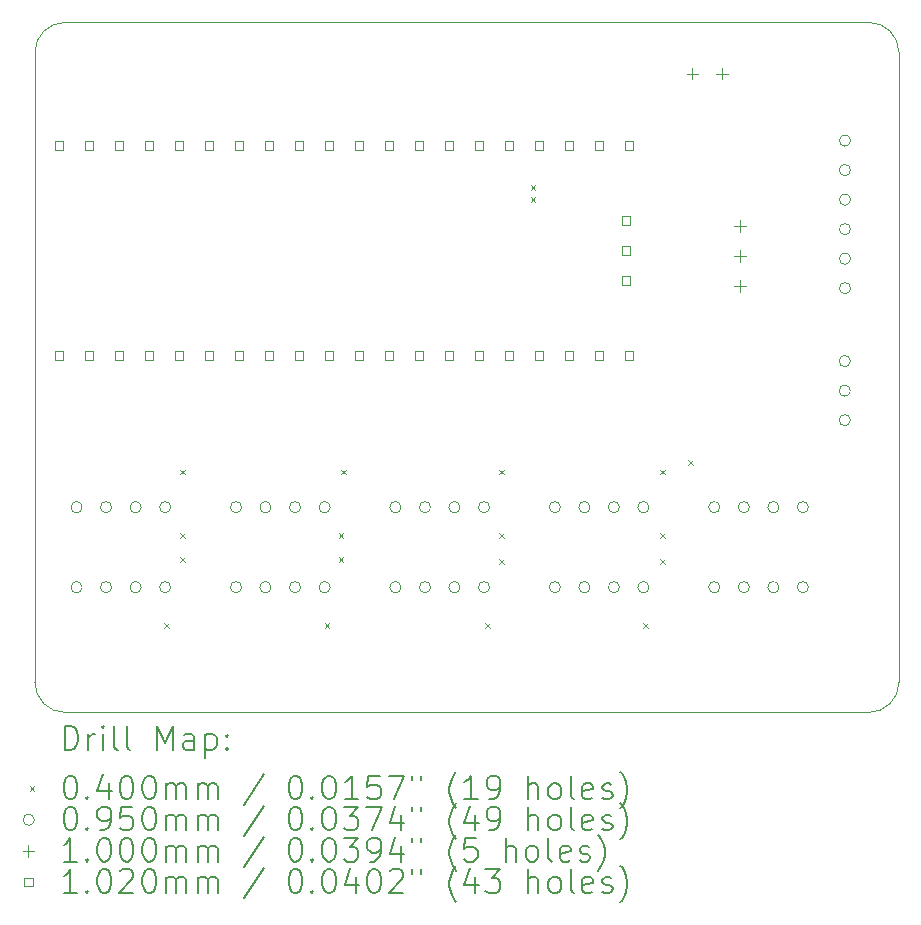
<source format=gbr>
%TF.GenerationSoftware,KiCad,Pcbnew,(6.0.8)*%
%TF.CreationDate,2023-01-05T14:05:39-07:00*%
%TF.ProjectId,PicoIO,5069636f-494f-42e6-9b69-6361645f7063,rev?*%
%TF.SameCoordinates,Original*%
%TF.FileFunction,Drillmap*%
%TF.FilePolarity,Positive*%
%FSLAX45Y45*%
G04 Gerber Fmt 4.5, Leading zero omitted, Abs format (unit mm)*
G04 Created by KiCad (PCBNEW (6.0.8)) date 2023-01-05 14:05:39*
%MOMM*%
%LPD*%
G01*
G04 APERTURE LIST*
%ADD10C,0.100000*%
%ADD11C,0.200000*%
%ADD12C,0.040000*%
%ADD13C,0.095000*%
%ADD14C,0.102000*%
G04 APERTURE END LIST*
D10*
X15748000Y-11480800D02*
G75*
G03*
X16002000Y-11734800I254000J0D01*
G01*
X22809200Y-11734800D02*
G75*
G03*
X23063200Y-11480800I-10J254010D01*
G01*
X23063200Y-6146800D02*
G75*
G03*
X22809200Y-5892800I-254000J0D01*
G01*
X23063200Y-11480800D02*
X23063200Y-6146800D01*
X15748000Y-6146800D02*
X15748000Y-11480800D01*
X16002000Y-5892800D02*
G75*
G03*
X15748000Y-6146800I0J-254000D01*
G01*
X16002000Y-11734800D02*
X22809200Y-11734800D01*
X16002000Y-5892800D02*
X22809200Y-5892800D01*
D11*
D12*
X16840000Y-10980000D02*
X16880000Y-11020000D01*
X16880000Y-10980000D02*
X16840000Y-11020000D01*
X16980000Y-9680000D02*
X17020000Y-9720000D01*
X17020000Y-9680000D02*
X16980000Y-9720000D01*
X16980000Y-10220000D02*
X17020000Y-10260000D01*
X17020000Y-10220000D02*
X16980000Y-10260000D01*
X16980000Y-10420000D02*
X17020000Y-10460000D01*
X17020000Y-10420000D02*
X16980000Y-10460000D01*
X18200000Y-10980000D02*
X18240000Y-11020000D01*
X18240000Y-10980000D02*
X18200000Y-11020000D01*
X18320000Y-10220000D02*
X18360000Y-10260000D01*
X18360000Y-10220000D02*
X18320000Y-10260000D01*
X18320000Y-10420000D02*
X18360000Y-10460000D01*
X18360000Y-10420000D02*
X18320000Y-10460000D01*
X18340000Y-9680000D02*
X18380000Y-9720000D01*
X18380000Y-9680000D02*
X18340000Y-9720000D01*
X19560000Y-10980000D02*
X19600000Y-11020000D01*
X19600000Y-10980000D02*
X19560000Y-11020000D01*
X19680000Y-9680000D02*
X19720000Y-9720000D01*
X19720000Y-9680000D02*
X19680000Y-9720000D01*
X19680000Y-10220000D02*
X19720000Y-10260000D01*
X19720000Y-10220000D02*
X19680000Y-10260000D01*
X19680000Y-10440000D02*
X19720000Y-10480000D01*
X19720000Y-10440000D02*
X19680000Y-10480000D01*
X19944400Y-7269800D02*
X19984400Y-7309800D01*
X19984400Y-7269800D02*
X19944400Y-7309800D01*
X19944400Y-7371400D02*
X19984400Y-7411400D01*
X19984400Y-7371400D02*
X19944400Y-7411400D01*
X20900000Y-10980000D02*
X20940000Y-11020000D01*
X20940000Y-10980000D02*
X20900000Y-11020000D01*
X21040000Y-9680000D02*
X21080000Y-9720000D01*
X21080000Y-9680000D02*
X21040000Y-9720000D01*
X21040000Y-10220000D02*
X21080000Y-10260000D01*
X21080000Y-10220000D02*
X21040000Y-10260000D01*
X21040000Y-10440000D02*
X21080000Y-10480000D01*
X21080000Y-10440000D02*
X21040000Y-10480000D01*
X21280000Y-9600000D02*
X21320000Y-9640000D01*
X21320000Y-9600000D02*
X21280000Y-9640000D01*
D13*
X16147500Y-9997500D02*
G75*
G03*
X16147500Y-9997500I-47500J0D01*
G01*
X16147500Y-10675000D02*
G75*
G03*
X16147500Y-10675000I-47500J0D01*
G01*
X16397500Y-9997500D02*
G75*
G03*
X16397500Y-9997500I-47500J0D01*
G01*
X16397500Y-10675000D02*
G75*
G03*
X16397500Y-10675000I-47500J0D01*
G01*
X16647500Y-9997500D02*
G75*
G03*
X16647500Y-9997500I-47500J0D01*
G01*
X16647500Y-10675000D02*
G75*
G03*
X16647500Y-10675000I-47500J0D01*
G01*
X16897500Y-9997500D02*
G75*
G03*
X16897500Y-9997500I-47500J0D01*
G01*
X16897500Y-10675000D02*
G75*
G03*
X16897500Y-10675000I-47500J0D01*
G01*
X17497500Y-9997500D02*
G75*
G03*
X17497500Y-9997500I-47500J0D01*
G01*
X17497500Y-10675000D02*
G75*
G03*
X17497500Y-10675000I-47500J0D01*
G01*
X17747500Y-9997500D02*
G75*
G03*
X17747500Y-9997500I-47500J0D01*
G01*
X17747500Y-10675000D02*
G75*
G03*
X17747500Y-10675000I-47500J0D01*
G01*
X17997500Y-9997500D02*
G75*
G03*
X17997500Y-9997500I-47500J0D01*
G01*
X17997500Y-10675000D02*
G75*
G03*
X17997500Y-10675000I-47500J0D01*
G01*
X18247500Y-9997500D02*
G75*
G03*
X18247500Y-9997500I-47500J0D01*
G01*
X18247500Y-10675000D02*
G75*
G03*
X18247500Y-10675000I-47500J0D01*
G01*
X18847500Y-9997500D02*
G75*
G03*
X18847500Y-9997500I-47500J0D01*
G01*
X18847500Y-10675000D02*
G75*
G03*
X18847500Y-10675000I-47500J0D01*
G01*
X19097500Y-9997500D02*
G75*
G03*
X19097500Y-9997500I-47500J0D01*
G01*
X19097500Y-10675000D02*
G75*
G03*
X19097500Y-10675000I-47500J0D01*
G01*
X19347500Y-9997500D02*
G75*
G03*
X19347500Y-9997500I-47500J0D01*
G01*
X19347500Y-10675000D02*
G75*
G03*
X19347500Y-10675000I-47500J0D01*
G01*
X19597500Y-9997500D02*
G75*
G03*
X19597500Y-9997500I-47500J0D01*
G01*
X19597500Y-10675000D02*
G75*
G03*
X19597500Y-10675000I-47500J0D01*
G01*
X20197500Y-9997500D02*
G75*
G03*
X20197500Y-9997500I-47500J0D01*
G01*
X20197500Y-10675000D02*
G75*
G03*
X20197500Y-10675000I-47500J0D01*
G01*
X20447500Y-9997500D02*
G75*
G03*
X20447500Y-9997500I-47500J0D01*
G01*
X20447500Y-10675000D02*
G75*
G03*
X20447500Y-10675000I-47500J0D01*
G01*
X20697500Y-9997500D02*
G75*
G03*
X20697500Y-9997500I-47500J0D01*
G01*
X20697500Y-10675000D02*
G75*
G03*
X20697500Y-10675000I-47500J0D01*
G01*
X20947500Y-9997500D02*
G75*
G03*
X20947500Y-9997500I-47500J0D01*
G01*
X20947500Y-10675000D02*
G75*
G03*
X20947500Y-10675000I-47500J0D01*
G01*
X21547500Y-9997500D02*
G75*
G03*
X21547500Y-9997500I-47500J0D01*
G01*
X21547500Y-10675000D02*
G75*
G03*
X21547500Y-10675000I-47500J0D01*
G01*
X21797500Y-9997500D02*
G75*
G03*
X21797500Y-9997500I-47500J0D01*
G01*
X21797500Y-10675000D02*
G75*
G03*
X21797500Y-10675000I-47500J0D01*
G01*
X22047500Y-9997500D02*
G75*
G03*
X22047500Y-9997500I-47500J0D01*
G01*
X22047500Y-10675000D02*
G75*
G03*
X22047500Y-10675000I-47500J0D01*
G01*
X22297500Y-9997500D02*
G75*
G03*
X22297500Y-9997500I-47500J0D01*
G01*
X22297500Y-10675000D02*
G75*
G03*
X22297500Y-10675000I-47500J0D01*
G01*
X22651800Y-8761000D02*
G75*
G03*
X22651800Y-8761000I-47500J0D01*
G01*
X22651800Y-9011000D02*
G75*
G03*
X22651800Y-9011000I-47500J0D01*
G01*
X22651800Y-9261000D02*
G75*
G03*
X22651800Y-9261000I-47500J0D01*
G01*
X22653500Y-6893400D02*
G75*
G03*
X22653500Y-6893400I-47500J0D01*
G01*
X22653500Y-7143400D02*
G75*
G03*
X22653500Y-7143400I-47500J0D01*
G01*
X22653500Y-7393400D02*
G75*
G03*
X22653500Y-7393400I-47500J0D01*
G01*
X22653500Y-7643400D02*
G75*
G03*
X22653500Y-7643400I-47500J0D01*
G01*
X22653500Y-7893400D02*
G75*
G03*
X22653500Y-7893400I-47500J0D01*
G01*
X22653500Y-8143400D02*
G75*
G03*
X22653500Y-8143400I-47500J0D01*
G01*
D10*
X21314600Y-6276300D02*
X21314600Y-6376300D01*
X21264600Y-6326300D02*
X21364600Y-6326300D01*
X21564600Y-6276300D02*
X21564600Y-6376300D01*
X21514600Y-6326300D02*
X21614600Y-6326300D01*
X21717000Y-7568500D02*
X21717000Y-7668500D01*
X21667000Y-7618500D02*
X21767000Y-7618500D01*
X21717000Y-7822500D02*
X21717000Y-7922500D01*
X21667000Y-7872500D02*
X21767000Y-7872500D01*
X21717000Y-8076500D02*
X21717000Y-8176500D01*
X21667000Y-8126500D02*
X21767000Y-8126500D01*
D14*
X15987263Y-6970263D02*
X15987263Y-6898137D01*
X15915137Y-6898137D01*
X15915137Y-6970263D01*
X15987263Y-6970263D01*
X15987263Y-8748263D02*
X15987263Y-8676137D01*
X15915137Y-8676137D01*
X15915137Y-8748263D01*
X15987263Y-8748263D01*
X16241263Y-6970263D02*
X16241263Y-6898137D01*
X16169137Y-6898137D01*
X16169137Y-6970263D01*
X16241263Y-6970263D01*
X16241263Y-8748263D02*
X16241263Y-8676137D01*
X16169137Y-8676137D01*
X16169137Y-8748263D01*
X16241263Y-8748263D01*
X16495263Y-6970263D02*
X16495263Y-6898137D01*
X16423137Y-6898137D01*
X16423137Y-6970263D01*
X16495263Y-6970263D01*
X16495263Y-8748263D02*
X16495263Y-8676137D01*
X16423137Y-8676137D01*
X16423137Y-8748263D01*
X16495263Y-8748263D01*
X16749263Y-6970263D02*
X16749263Y-6898137D01*
X16677137Y-6898137D01*
X16677137Y-6970263D01*
X16749263Y-6970263D01*
X16749263Y-8748263D02*
X16749263Y-8676137D01*
X16677137Y-8676137D01*
X16677137Y-8748263D01*
X16749263Y-8748263D01*
X17003263Y-6970263D02*
X17003263Y-6898137D01*
X16931137Y-6898137D01*
X16931137Y-6970263D01*
X17003263Y-6970263D01*
X17003263Y-8748263D02*
X17003263Y-8676137D01*
X16931137Y-8676137D01*
X16931137Y-8748263D01*
X17003263Y-8748263D01*
X17257263Y-6970263D02*
X17257263Y-6898137D01*
X17185137Y-6898137D01*
X17185137Y-6970263D01*
X17257263Y-6970263D01*
X17257263Y-8748263D02*
X17257263Y-8676137D01*
X17185137Y-8676137D01*
X17185137Y-8748263D01*
X17257263Y-8748263D01*
X17511263Y-6970263D02*
X17511263Y-6898137D01*
X17439137Y-6898137D01*
X17439137Y-6970263D01*
X17511263Y-6970263D01*
X17511263Y-8748263D02*
X17511263Y-8676137D01*
X17439137Y-8676137D01*
X17439137Y-8748263D01*
X17511263Y-8748263D01*
X17765263Y-6970263D02*
X17765263Y-6898137D01*
X17693137Y-6898137D01*
X17693137Y-6970263D01*
X17765263Y-6970263D01*
X17765263Y-8748263D02*
X17765263Y-8676137D01*
X17693137Y-8676137D01*
X17693137Y-8748263D01*
X17765263Y-8748263D01*
X18019263Y-6970263D02*
X18019263Y-6898137D01*
X17947137Y-6898137D01*
X17947137Y-6970263D01*
X18019263Y-6970263D01*
X18019263Y-8748263D02*
X18019263Y-8676137D01*
X17947137Y-8676137D01*
X17947137Y-8748263D01*
X18019263Y-8748263D01*
X18273263Y-6970263D02*
X18273263Y-6898137D01*
X18201137Y-6898137D01*
X18201137Y-6970263D01*
X18273263Y-6970263D01*
X18273263Y-8748263D02*
X18273263Y-8676137D01*
X18201137Y-8676137D01*
X18201137Y-8748263D01*
X18273263Y-8748263D01*
X18527263Y-6970263D02*
X18527263Y-6898137D01*
X18455137Y-6898137D01*
X18455137Y-6970263D01*
X18527263Y-6970263D01*
X18527263Y-8748263D02*
X18527263Y-8676137D01*
X18455137Y-8676137D01*
X18455137Y-8748263D01*
X18527263Y-8748263D01*
X18781263Y-6970263D02*
X18781263Y-6898137D01*
X18709137Y-6898137D01*
X18709137Y-6970263D01*
X18781263Y-6970263D01*
X18781263Y-8748263D02*
X18781263Y-8676137D01*
X18709137Y-8676137D01*
X18709137Y-8748263D01*
X18781263Y-8748263D01*
X19035263Y-6970263D02*
X19035263Y-6898137D01*
X18963137Y-6898137D01*
X18963137Y-6970263D01*
X19035263Y-6970263D01*
X19035263Y-8748263D02*
X19035263Y-8676137D01*
X18963137Y-8676137D01*
X18963137Y-8748263D01*
X19035263Y-8748263D01*
X19289263Y-6970263D02*
X19289263Y-6898137D01*
X19217137Y-6898137D01*
X19217137Y-6970263D01*
X19289263Y-6970263D01*
X19289263Y-8748263D02*
X19289263Y-8676137D01*
X19217137Y-8676137D01*
X19217137Y-8748263D01*
X19289263Y-8748263D01*
X19543263Y-6970263D02*
X19543263Y-6898137D01*
X19471137Y-6898137D01*
X19471137Y-6970263D01*
X19543263Y-6970263D01*
X19543263Y-8748263D02*
X19543263Y-8676137D01*
X19471137Y-8676137D01*
X19471137Y-8748263D01*
X19543263Y-8748263D01*
X19797263Y-6970263D02*
X19797263Y-6898137D01*
X19725137Y-6898137D01*
X19725137Y-6970263D01*
X19797263Y-6970263D01*
X19797263Y-8748263D02*
X19797263Y-8676137D01*
X19725137Y-8676137D01*
X19725137Y-8748263D01*
X19797263Y-8748263D01*
X20051263Y-6970263D02*
X20051263Y-6898137D01*
X19979137Y-6898137D01*
X19979137Y-6970263D01*
X20051263Y-6970263D01*
X20051263Y-8748263D02*
X20051263Y-8676137D01*
X19979137Y-8676137D01*
X19979137Y-8748263D01*
X20051263Y-8748263D01*
X20305263Y-6970263D02*
X20305263Y-6898137D01*
X20233137Y-6898137D01*
X20233137Y-6970263D01*
X20305263Y-6970263D01*
X20305263Y-8748263D02*
X20305263Y-8676137D01*
X20233137Y-8676137D01*
X20233137Y-8748263D01*
X20305263Y-8748263D01*
X20559263Y-6970263D02*
X20559263Y-6898137D01*
X20487137Y-6898137D01*
X20487137Y-6970263D01*
X20559263Y-6970263D01*
X20559263Y-8748263D02*
X20559263Y-8676137D01*
X20487137Y-8676137D01*
X20487137Y-8748263D01*
X20559263Y-8748263D01*
X20790263Y-7605263D02*
X20790263Y-7533137D01*
X20718137Y-7533137D01*
X20718137Y-7605263D01*
X20790263Y-7605263D01*
X20790263Y-7859263D02*
X20790263Y-7787137D01*
X20718137Y-7787137D01*
X20718137Y-7859263D01*
X20790263Y-7859263D01*
X20790263Y-8113263D02*
X20790263Y-8041137D01*
X20718137Y-8041137D01*
X20718137Y-8113263D01*
X20790263Y-8113263D01*
X20813263Y-6970263D02*
X20813263Y-6898137D01*
X20741137Y-6898137D01*
X20741137Y-6970263D01*
X20813263Y-6970263D01*
X20813263Y-8748263D02*
X20813263Y-8676137D01*
X20741137Y-8676137D01*
X20741137Y-8748263D01*
X20813263Y-8748263D01*
D11*
X16000619Y-12050276D02*
X16000619Y-11850276D01*
X16048238Y-11850276D01*
X16076809Y-11859800D01*
X16095857Y-11878848D01*
X16105381Y-11897895D01*
X16114905Y-11935990D01*
X16114905Y-11964562D01*
X16105381Y-12002657D01*
X16095857Y-12021705D01*
X16076809Y-12040752D01*
X16048238Y-12050276D01*
X16000619Y-12050276D01*
X16200619Y-12050276D02*
X16200619Y-11916943D01*
X16200619Y-11955038D02*
X16210143Y-11935990D01*
X16219667Y-11926467D01*
X16238714Y-11916943D01*
X16257762Y-11916943D01*
X16324428Y-12050276D02*
X16324428Y-11916943D01*
X16324428Y-11850276D02*
X16314905Y-11859800D01*
X16324428Y-11869324D01*
X16333952Y-11859800D01*
X16324428Y-11850276D01*
X16324428Y-11869324D01*
X16448238Y-12050276D02*
X16429190Y-12040752D01*
X16419667Y-12021705D01*
X16419667Y-11850276D01*
X16553000Y-12050276D02*
X16533952Y-12040752D01*
X16524428Y-12021705D01*
X16524428Y-11850276D01*
X16781571Y-12050276D02*
X16781571Y-11850276D01*
X16848238Y-11993133D01*
X16914905Y-11850276D01*
X16914905Y-12050276D01*
X17095857Y-12050276D02*
X17095857Y-11945514D01*
X17086333Y-11926467D01*
X17067286Y-11916943D01*
X17029190Y-11916943D01*
X17010143Y-11926467D01*
X17095857Y-12040752D02*
X17076810Y-12050276D01*
X17029190Y-12050276D01*
X17010143Y-12040752D01*
X17000619Y-12021705D01*
X17000619Y-12002657D01*
X17010143Y-11983609D01*
X17029190Y-11974086D01*
X17076810Y-11974086D01*
X17095857Y-11964562D01*
X17191095Y-11916943D02*
X17191095Y-12116943D01*
X17191095Y-11926467D02*
X17210143Y-11916943D01*
X17248238Y-11916943D01*
X17267286Y-11926467D01*
X17276810Y-11935990D01*
X17286333Y-11955038D01*
X17286333Y-12012181D01*
X17276810Y-12031228D01*
X17267286Y-12040752D01*
X17248238Y-12050276D01*
X17210143Y-12050276D01*
X17191095Y-12040752D01*
X17372048Y-12031228D02*
X17381571Y-12040752D01*
X17372048Y-12050276D01*
X17362524Y-12040752D01*
X17372048Y-12031228D01*
X17372048Y-12050276D01*
X17372048Y-11926467D02*
X17381571Y-11935990D01*
X17372048Y-11945514D01*
X17362524Y-11935990D01*
X17372048Y-11926467D01*
X17372048Y-11945514D01*
D12*
X15703000Y-12359800D02*
X15743000Y-12399800D01*
X15743000Y-12359800D02*
X15703000Y-12399800D01*
D11*
X16038714Y-12270276D02*
X16057762Y-12270276D01*
X16076809Y-12279800D01*
X16086333Y-12289324D01*
X16095857Y-12308371D01*
X16105381Y-12346467D01*
X16105381Y-12394086D01*
X16095857Y-12432181D01*
X16086333Y-12451228D01*
X16076809Y-12460752D01*
X16057762Y-12470276D01*
X16038714Y-12470276D01*
X16019667Y-12460752D01*
X16010143Y-12451228D01*
X16000619Y-12432181D01*
X15991095Y-12394086D01*
X15991095Y-12346467D01*
X16000619Y-12308371D01*
X16010143Y-12289324D01*
X16019667Y-12279800D01*
X16038714Y-12270276D01*
X16191095Y-12451228D02*
X16200619Y-12460752D01*
X16191095Y-12470276D01*
X16181571Y-12460752D01*
X16191095Y-12451228D01*
X16191095Y-12470276D01*
X16372048Y-12336943D02*
X16372048Y-12470276D01*
X16324428Y-12260752D02*
X16276809Y-12403609D01*
X16400619Y-12403609D01*
X16514905Y-12270276D02*
X16533952Y-12270276D01*
X16553000Y-12279800D01*
X16562524Y-12289324D01*
X16572048Y-12308371D01*
X16581571Y-12346467D01*
X16581571Y-12394086D01*
X16572048Y-12432181D01*
X16562524Y-12451228D01*
X16553000Y-12460752D01*
X16533952Y-12470276D01*
X16514905Y-12470276D01*
X16495857Y-12460752D01*
X16486333Y-12451228D01*
X16476809Y-12432181D01*
X16467286Y-12394086D01*
X16467286Y-12346467D01*
X16476809Y-12308371D01*
X16486333Y-12289324D01*
X16495857Y-12279800D01*
X16514905Y-12270276D01*
X16705381Y-12270276D02*
X16724428Y-12270276D01*
X16743476Y-12279800D01*
X16753000Y-12289324D01*
X16762524Y-12308371D01*
X16772048Y-12346467D01*
X16772048Y-12394086D01*
X16762524Y-12432181D01*
X16753000Y-12451228D01*
X16743476Y-12460752D01*
X16724428Y-12470276D01*
X16705381Y-12470276D01*
X16686333Y-12460752D01*
X16676809Y-12451228D01*
X16667286Y-12432181D01*
X16657762Y-12394086D01*
X16657762Y-12346467D01*
X16667286Y-12308371D01*
X16676809Y-12289324D01*
X16686333Y-12279800D01*
X16705381Y-12270276D01*
X16857762Y-12470276D02*
X16857762Y-12336943D01*
X16857762Y-12355990D02*
X16867286Y-12346467D01*
X16886333Y-12336943D01*
X16914905Y-12336943D01*
X16933952Y-12346467D01*
X16943476Y-12365514D01*
X16943476Y-12470276D01*
X16943476Y-12365514D02*
X16953000Y-12346467D01*
X16972048Y-12336943D01*
X17000619Y-12336943D01*
X17019667Y-12346467D01*
X17029190Y-12365514D01*
X17029190Y-12470276D01*
X17124429Y-12470276D02*
X17124429Y-12336943D01*
X17124429Y-12355990D02*
X17133952Y-12346467D01*
X17153000Y-12336943D01*
X17181571Y-12336943D01*
X17200619Y-12346467D01*
X17210143Y-12365514D01*
X17210143Y-12470276D01*
X17210143Y-12365514D02*
X17219667Y-12346467D01*
X17238714Y-12336943D01*
X17267286Y-12336943D01*
X17286333Y-12346467D01*
X17295857Y-12365514D01*
X17295857Y-12470276D01*
X17686333Y-12260752D02*
X17514905Y-12517895D01*
X17943476Y-12270276D02*
X17962524Y-12270276D01*
X17981571Y-12279800D01*
X17991095Y-12289324D01*
X18000619Y-12308371D01*
X18010143Y-12346467D01*
X18010143Y-12394086D01*
X18000619Y-12432181D01*
X17991095Y-12451228D01*
X17981571Y-12460752D01*
X17962524Y-12470276D01*
X17943476Y-12470276D01*
X17924429Y-12460752D01*
X17914905Y-12451228D01*
X17905381Y-12432181D01*
X17895857Y-12394086D01*
X17895857Y-12346467D01*
X17905381Y-12308371D01*
X17914905Y-12289324D01*
X17924429Y-12279800D01*
X17943476Y-12270276D01*
X18095857Y-12451228D02*
X18105381Y-12460752D01*
X18095857Y-12470276D01*
X18086333Y-12460752D01*
X18095857Y-12451228D01*
X18095857Y-12470276D01*
X18229190Y-12270276D02*
X18248238Y-12270276D01*
X18267286Y-12279800D01*
X18276810Y-12289324D01*
X18286333Y-12308371D01*
X18295857Y-12346467D01*
X18295857Y-12394086D01*
X18286333Y-12432181D01*
X18276810Y-12451228D01*
X18267286Y-12460752D01*
X18248238Y-12470276D01*
X18229190Y-12470276D01*
X18210143Y-12460752D01*
X18200619Y-12451228D01*
X18191095Y-12432181D01*
X18181571Y-12394086D01*
X18181571Y-12346467D01*
X18191095Y-12308371D01*
X18200619Y-12289324D01*
X18210143Y-12279800D01*
X18229190Y-12270276D01*
X18486333Y-12470276D02*
X18372048Y-12470276D01*
X18429190Y-12470276D02*
X18429190Y-12270276D01*
X18410143Y-12298848D01*
X18391095Y-12317895D01*
X18372048Y-12327419D01*
X18667286Y-12270276D02*
X18572048Y-12270276D01*
X18562524Y-12365514D01*
X18572048Y-12355990D01*
X18591095Y-12346467D01*
X18638714Y-12346467D01*
X18657762Y-12355990D01*
X18667286Y-12365514D01*
X18676810Y-12384562D01*
X18676810Y-12432181D01*
X18667286Y-12451228D01*
X18657762Y-12460752D01*
X18638714Y-12470276D01*
X18591095Y-12470276D01*
X18572048Y-12460752D01*
X18562524Y-12451228D01*
X18743476Y-12270276D02*
X18876810Y-12270276D01*
X18791095Y-12470276D01*
X18943476Y-12270276D02*
X18943476Y-12308371D01*
X19019667Y-12270276D02*
X19019667Y-12308371D01*
X19314905Y-12546467D02*
X19305381Y-12536943D01*
X19286333Y-12508371D01*
X19276810Y-12489324D01*
X19267286Y-12460752D01*
X19257762Y-12413133D01*
X19257762Y-12375038D01*
X19267286Y-12327419D01*
X19276810Y-12298848D01*
X19286333Y-12279800D01*
X19305381Y-12251228D01*
X19314905Y-12241705D01*
X19495857Y-12470276D02*
X19381571Y-12470276D01*
X19438714Y-12470276D02*
X19438714Y-12270276D01*
X19419667Y-12298848D01*
X19400619Y-12317895D01*
X19381571Y-12327419D01*
X19591095Y-12470276D02*
X19629190Y-12470276D01*
X19648238Y-12460752D01*
X19657762Y-12451228D01*
X19676810Y-12422657D01*
X19686333Y-12384562D01*
X19686333Y-12308371D01*
X19676810Y-12289324D01*
X19667286Y-12279800D01*
X19648238Y-12270276D01*
X19610143Y-12270276D01*
X19591095Y-12279800D01*
X19581571Y-12289324D01*
X19572048Y-12308371D01*
X19572048Y-12355990D01*
X19581571Y-12375038D01*
X19591095Y-12384562D01*
X19610143Y-12394086D01*
X19648238Y-12394086D01*
X19667286Y-12384562D01*
X19676810Y-12375038D01*
X19686333Y-12355990D01*
X19924429Y-12470276D02*
X19924429Y-12270276D01*
X20010143Y-12470276D02*
X20010143Y-12365514D01*
X20000619Y-12346467D01*
X19981571Y-12336943D01*
X19953000Y-12336943D01*
X19933952Y-12346467D01*
X19924429Y-12355990D01*
X20133952Y-12470276D02*
X20114905Y-12460752D01*
X20105381Y-12451228D01*
X20095857Y-12432181D01*
X20095857Y-12375038D01*
X20105381Y-12355990D01*
X20114905Y-12346467D01*
X20133952Y-12336943D01*
X20162524Y-12336943D01*
X20181571Y-12346467D01*
X20191095Y-12355990D01*
X20200619Y-12375038D01*
X20200619Y-12432181D01*
X20191095Y-12451228D01*
X20181571Y-12460752D01*
X20162524Y-12470276D01*
X20133952Y-12470276D01*
X20314905Y-12470276D02*
X20295857Y-12460752D01*
X20286333Y-12441705D01*
X20286333Y-12270276D01*
X20467286Y-12460752D02*
X20448238Y-12470276D01*
X20410143Y-12470276D01*
X20391095Y-12460752D01*
X20381571Y-12441705D01*
X20381571Y-12365514D01*
X20391095Y-12346467D01*
X20410143Y-12336943D01*
X20448238Y-12336943D01*
X20467286Y-12346467D01*
X20476810Y-12365514D01*
X20476810Y-12384562D01*
X20381571Y-12403609D01*
X20553000Y-12460752D02*
X20572048Y-12470276D01*
X20610143Y-12470276D01*
X20629190Y-12460752D01*
X20638714Y-12441705D01*
X20638714Y-12432181D01*
X20629190Y-12413133D01*
X20610143Y-12403609D01*
X20581571Y-12403609D01*
X20562524Y-12394086D01*
X20553000Y-12375038D01*
X20553000Y-12365514D01*
X20562524Y-12346467D01*
X20581571Y-12336943D01*
X20610143Y-12336943D01*
X20629190Y-12346467D01*
X20705381Y-12546467D02*
X20714905Y-12536943D01*
X20733952Y-12508371D01*
X20743476Y-12489324D01*
X20753000Y-12460752D01*
X20762524Y-12413133D01*
X20762524Y-12375038D01*
X20753000Y-12327419D01*
X20743476Y-12298848D01*
X20733952Y-12279800D01*
X20714905Y-12251228D01*
X20705381Y-12241705D01*
D13*
X15743000Y-12643800D02*
G75*
G03*
X15743000Y-12643800I-47500J0D01*
G01*
D11*
X16038714Y-12534276D02*
X16057762Y-12534276D01*
X16076809Y-12543800D01*
X16086333Y-12553324D01*
X16095857Y-12572371D01*
X16105381Y-12610467D01*
X16105381Y-12658086D01*
X16095857Y-12696181D01*
X16086333Y-12715228D01*
X16076809Y-12724752D01*
X16057762Y-12734276D01*
X16038714Y-12734276D01*
X16019667Y-12724752D01*
X16010143Y-12715228D01*
X16000619Y-12696181D01*
X15991095Y-12658086D01*
X15991095Y-12610467D01*
X16000619Y-12572371D01*
X16010143Y-12553324D01*
X16019667Y-12543800D01*
X16038714Y-12534276D01*
X16191095Y-12715228D02*
X16200619Y-12724752D01*
X16191095Y-12734276D01*
X16181571Y-12724752D01*
X16191095Y-12715228D01*
X16191095Y-12734276D01*
X16295857Y-12734276D02*
X16333952Y-12734276D01*
X16353000Y-12724752D01*
X16362524Y-12715228D01*
X16381571Y-12686657D01*
X16391095Y-12648562D01*
X16391095Y-12572371D01*
X16381571Y-12553324D01*
X16372048Y-12543800D01*
X16353000Y-12534276D01*
X16314905Y-12534276D01*
X16295857Y-12543800D01*
X16286333Y-12553324D01*
X16276809Y-12572371D01*
X16276809Y-12619990D01*
X16286333Y-12639038D01*
X16295857Y-12648562D01*
X16314905Y-12658086D01*
X16353000Y-12658086D01*
X16372048Y-12648562D01*
X16381571Y-12639038D01*
X16391095Y-12619990D01*
X16572048Y-12534276D02*
X16476809Y-12534276D01*
X16467286Y-12629514D01*
X16476809Y-12619990D01*
X16495857Y-12610467D01*
X16543476Y-12610467D01*
X16562524Y-12619990D01*
X16572048Y-12629514D01*
X16581571Y-12648562D01*
X16581571Y-12696181D01*
X16572048Y-12715228D01*
X16562524Y-12724752D01*
X16543476Y-12734276D01*
X16495857Y-12734276D01*
X16476809Y-12724752D01*
X16467286Y-12715228D01*
X16705381Y-12534276D02*
X16724428Y-12534276D01*
X16743476Y-12543800D01*
X16753000Y-12553324D01*
X16762524Y-12572371D01*
X16772048Y-12610467D01*
X16772048Y-12658086D01*
X16762524Y-12696181D01*
X16753000Y-12715228D01*
X16743476Y-12724752D01*
X16724428Y-12734276D01*
X16705381Y-12734276D01*
X16686333Y-12724752D01*
X16676809Y-12715228D01*
X16667286Y-12696181D01*
X16657762Y-12658086D01*
X16657762Y-12610467D01*
X16667286Y-12572371D01*
X16676809Y-12553324D01*
X16686333Y-12543800D01*
X16705381Y-12534276D01*
X16857762Y-12734276D02*
X16857762Y-12600943D01*
X16857762Y-12619990D02*
X16867286Y-12610467D01*
X16886333Y-12600943D01*
X16914905Y-12600943D01*
X16933952Y-12610467D01*
X16943476Y-12629514D01*
X16943476Y-12734276D01*
X16943476Y-12629514D02*
X16953000Y-12610467D01*
X16972048Y-12600943D01*
X17000619Y-12600943D01*
X17019667Y-12610467D01*
X17029190Y-12629514D01*
X17029190Y-12734276D01*
X17124429Y-12734276D02*
X17124429Y-12600943D01*
X17124429Y-12619990D02*
X17133952Y-12610467D01*
X17153000Y-12600943D01*
X17181571Y-12600943D01*
X17200619Y-12610467D01*
X17210143Y-12629514D01*
X17210143Y-12734276D01*
X17210143Y-12629514D02*
X17219667Y-12610467D01*
X17238714Y-12600943D01*
X17267286Y-12600943D01*
X17286333Y-12610467D01*
X17295857Y-12629514D01*
X17295857Y-12734276D01*
X17686333Y-12524752D02*
X17514905Y-12781895D01*
X17943476Y-12534276D02*
X17962524Y-12534276D01*
X17981571Y-12543800D01*
X17991095Y-12553324D01*
X18000619Y-12572371D01*
X18010143Y-12610467D01*
X18010143Y-12658086D01*
X18000619Y-12696181D01*
X17991095Y-12715228D01*
X17981571Y-12724752D01*
X17962524Y-12734276D01*
X17943476Y-12734276D01*
X17924429Y-12724752D01*
X17914905Y-12715228D01*
X17905381Y-12696181D01*
X17895857Y-12658086D01*
X17895857Y-12610467D01*
X17905381Y-12572371D01*
X17914905Y-12553324D01*
X17924429Y-12543800D01*
X17943476Y-12534276D01*
X18095857Y-12715228D02*
X18105381Y-12724752D01*
X18095857Y-12734276D01*
X18086333Y-12724752D01*
X18095857Y-12715228D01*
X18095857Y-12734276D01*
X18229190Y-12534276D02*
X18248238Y-12534276D01*
X18267286Y-12543800D01*
X18276810Y-12553324D01*
X18286333Y-12572371D01*
X18295857Y-12610467D01*
X18295857Y-12658086D01*
X18286333Y-12696181D01*
X18276810Y-12715228D01*
X18267286Y-12724752D01*
X18248238Y-12734276D01*
X18229190Y-12734276D01*
X18210143Y-12724752D01*
X18200619Y-12715228D01*
X18191095Y-12696181D01*
X18181571Y-12658086D01*
X18181571Y-12610467D01*
X18191095Y-12572371D01*
X18200619Y-12553324D01*
X18210143Y-12543800D01*
X18229190Y-12534276D01*
X18362524Y-12534276D02*
X18486333Y-12534276D01*
X18419667Y-12610467D01*
X18448238Y-12610467D01*
X18467286Y-12619990D01*
X18476810Y-12629514D01*
X18486333Y-12648562D01*
X18486333Y-12696181D01*
X18476810Y-12715228D01*
X18467286Y-12724752D01*
X18448238Y-12734276D01*
X18391095Y-12734276D01*
X18372048Y-12724752D01*
X18362524Y-12715228D01*
X18553000Y-12534276D02*
X18686333Y-12534276D01*
X18600619Y-12734276D01*
X18848238Y-12600943D02*
X18848238Y-12734276D01*
X18800619Y-12524752D02*
X18753000Y-12667609D01*
X18876810Y-12667609D01*
X18943476Y-12534276D02*
X18943476Y-12572371D01*
X19019667Y-12534276D02*
X19019667Y-12572371D01*
X19314905Y-12810467D02*
X19305381Y-12800943D01*
X19286333Y-12772371D01*
X19276810Y-12753324D01*
X19267286Y-12724752D01*
X19257762Y-12677133D01*
X19257762Y-12639038D01*
X19267286Y-12591419D01*
X19276810Y-12562848D01*
X19286333Y-12543800D01*
X19305381Y-12515228D01*
X19314905Y-12505705D01*
X19476810Y-12600943D02*
X19476810Y-12734276D01*
X19429190Y-12524752D02*
X19381571Y-12667609D01*
X19505381Y-12667609D01*
X19591095Y-12734276D02*
X19629190Y-12734276D01*
X19648238Y-12724752D01*
X19657762Y-12715228D01*
X19676810Y-12686657D01*
X19686333Y-12648562D01*
X19686333Y-12572371D01*
X19676810Y-12553324D01*
X19667286Y-12543800D01*
X19648238Y-12534276D01*
X19610143Y-12534276D01*
X19591095Y-12543800D01*
X19581571Y-12553324D01*
X19572048Y-12572371D01*
X19572048Y-12619990D01*
X19581571Y-12639038D01*
X19591095Y-12648562D01*
X19610143Y-12658086D01*
X19648238Y-12658086D01*
X19667286Y-12648562D01*
X19676810Y-12639038D01*
X19686333Y-12619990D01*
X19924429Y-12734276D02*
X19924429Y-12534276D01*
X20010143Y-12734276D02*
X20010143Y-12629514D01*
X20000619Y-12610467D01*
X19981571Y-12600943D01*
X19953000Y-12600943D01*
X19933952Y-12610467D01*
X19924429Y-12619990D01*
X20133952Y-12734276D02*
X20114905Y-12724752D01*
X20105381Y-12715228D01*
X20095857Y-12696181D01*
X20095857Y-12639038D01*
X20105381Y-12619990D01*
X20114905Y-12610467D01*
X20133952Y-12600943D01*
X20162524Y-12600943D01*
X20181571Y-12610467D01*
X20191095Y-12619990D01*
X20200619Y-12639038D01*
X20200619Y-12696181D01*
X20191095Y-12715228D01*
X20181571Y-12724752D01*
X20162524Y-12734276D01*
X20133952Y-12734276D01*
X20314905Y-12734276D02*
X20295857Y-12724752D01*
X20286333Y-12705705D01*
X20286333Y-12534276D01*
X20467286Y-12724752D02*
X20448238Y-12734276D01*
X20410143Y-12734276D01*
X20391095Y-12724752D01*
X20381571Y-12705705D01*
X20381571Y-12629514D01*
X20391095Y-12610467D01*
X20410143Y-12600943D01*
X20448238Y-12600943D01*
X20467286Y-12610467D01*
X20476810Y-12629514D01*
X20476810Y-12648562D01*
X20381571Y-12667609D01*
X20553000Y-12724752D02*
X20572048Y-12734276D01*
X20610143Y-12734276D01*
X20629190Y-12724752D01*
X20638714Y-12705705D01*
X20638714Y-12696181D01*
X20629190Y-12677133D01*
X20610143Y-12667609D01*
X20581571Y-12667609D01*
X20562524Y-12658086D01*
X20553000Y-12639038D01*
X20553000Y-12629514D01*
X20562524Y-12610467D01*
X20581571Y-12600943D01*
X20610143Y-12600943D01*
X20629190Y-12610467D01*
X20705381Y-12810467D02*
X20714905Y-12800943D01*
X20733952Y-12772371D01*
X20743476Y-12753324D01*
X20753000Y-12724752D01*
X20762524Y-12677133D01*
X20762524Y-12639038D01*
X20753000Y-12591419D01*
X20743476Y-12562848D01*
X20733952Y-12543800D01*
X20714905Y-12515228D01*
X20705381Y-12505705D01*
D10*
X15693000Y-12857800D02*
X15693000Y-12957800D01*
X15643000Y-12907800D02*
X15743000Y-12907800D01*
D11*
X16105381Y-12998276D02*
X15991095Y-12998276D01*
X16048238Y-12998276D02*
X16048238Y-12798276D01*
X16029190Y-12826848D01*
X16010143Y-12845895D01*
X15991095Y-12855419D01*
X16191095Y-12979228D02*
X16200619Y-12988752D01*
X16191095Y-12998276D01*
X16181571Y-12988752D01*
X16191095Y-12979228D01*
X16191095Y-12998276D01*
X16324428Y-12798276D02*
X16343476Y-12798276D01*
X16362524Y-12807800D01*
X16372048Y-12817324D01*
X16381571Y-12836371D01*
X16391095Y-12874467D01*
X16391095Y-12922086D01*
X16381571Y-12960181D01*
X16372048Y-12979228D01*
X16362524Y-12988752D01*
X16343476Y-12998276D01*
X16324428Y-12998276D01*
X16305381Y-12988752D01*
X16295857Y-12979228D01*
X16286333Y-12960181D01*
X16276809Y-12922086D01*
X16276809Y-12874467D01*
X16286333Y-12836371D01*
X16295857Y-12817324D01*
X16305381Y-12807800D01*
X16324428Y-12798276D01*
X16514905Y-12798276D02*
X16533952Y-12798276D01*
X16553000Y-12807800D01*
X16562524Y-12817324D01*
X16572048Y-12836371D01*
X16581571Y-12874467D01*
X16581571Y-12922086D01*
X16572048Y-12960181D01*
X16562524Y-12979228D01*
X16553000Y-12988752D01*
X16533952Y-12998276D01*
X16514905Y-12998276D01*
X16495857Y-12988752D01*
X16486333Y-12979228D01*
X16476809Y-12960181D01*
X16467286Y-12922086D01*
X16467286Y-12874467D01*
X16476809Y-12836371D01*
X16486333Y-12817324D01*
X16495857Y-12807800D01*
X16514905Y-12798276D01*
X16705381Y-12798276D02*
X16724428Y-12798276D01*
X16743476Y-12807800D01*
X16753000Y-12817324D01*
X16762524Y-12836371D01*
X16772048Y-12874467D01*
X16772048Y-12922086D01*
X16762524Y-12960181D01*
X16753000Y-12979228D01*
X16743476Y-12988752D01*
X16724428Y-12998276D01*
X16705381Y-12998276D01*
X16686333Y-12988752D01*
X16676809Y-12979228D01*
X16667286Y-12960181D01*
X16657762Y-12922086D01*
X16657762Y-12874467D01*
X16667286Y-12836371D01*
X16676809Y-12817324D01*
X16686333Y-12807800D01*
X16705381Y-12798276D01*
X16857762Y-12998276D02*
X16857762Y-12864943D01*
X16857762Y-12883990D02*
X16867286Y-12874467D01*
X16886333Y-12864943D01*
X16914905Y-12864943D01*
X16933952Y-12874467D01*
X16943476Y-12893514D01*
X16943476Y-12998276D01*
X16943476Y-12893514D02*
X16953000Y-12874467D01*
X16972048Y-12864943D01*
X17000619Y-12864943D01*
X17019667Y-12874467D01*
X17029190Y-12893514D01*
X17029190Y-12998276D01*
X17124429Y-12998276D02*
X17124429Y-12864943D01*
X17124429Y-12883990D02*
X17133952Y-12874467D01*
X17153000Y-12864943D01*
X17181571Y-12864943D01*
X17200619Y-12874467D01*
X17210143Y-12893514D01*
X17210143Y-12998276D01*
X17210143Y-12893514D02*
X17219667Y-12874467D01*
X17238714Y-12864943D01*
X17267286Y-12864943D01*
X17286333Y-12874467D01*
X17295857Y-12893514D01*
X17295857Y-12998276D01*
X17686333Y-12788752D02*
X17514905Y-13045895D01*
X17943476Y-12798276D02*
X17962524Y-12798276D01*
X17981571Y-12807800D01*
X17991095Y-12817324D01*
X18000619Y-12836371D01*
X18010143Y-12874467D01*
X18010143Y-12922086D01*
X18000619Y-12960181D01*
X17991095Y-12979228D01*
X17981571Y-12988752D01*
X17962524Y-12998276D01*
X17943476Y-12998276D01*
X17924429Y-12988752D01*
X17914905Y-12979228D01*
X17905381Y-12960181D01*
X17895857Y-12922086D01*
X17895857Y-12874467D01*
X17905381Y-12836371D01*
X17914905Y-12817324D01*
X17924429Y-12807800D01*
X17943476Y-12798276D01*
X18095857Y-12979228D02*
X18105381Y-12988752D01*
X18095857Y-12998276D01*
X18086333Y-12988752D01*
X18095857Y-12979228D01*
X18095857Y-12998276D01*
X18229190Y-12798276D02*
X18248238Y-12798276D01*
X18267286Y-12807800D01*
X18276810Y-12817324D01*
X18286333Y-12836371D01*
X18295857Y-12874467D01*
X18295857Y-12922086D01*
X18286333Y-12960181D01*
X18276810Y-12979228D01*
X18267286Y-12988752D01*
X18248238Y-12998276D01*
X18229190Y-12998276D01*
X18210143Y-12988752D01*
X18200619Y-12979228D01*
X18191095Y-12960181D01*
X18181571Y-12922086D01*
X18181571Y-12874467D01*
X18191095Y-12836371D01*
X18200619Y-12817324D01*
X18210143Y-12807800D01*
X18229190Y-12798276D01*
X18362524Y-12798276D02*
X18486333Y-12798276D01*
X18419667Y-12874467D01*
X18448238Y-12874467D01*
X18467286Y-12883990D01*
X18476810Y-12893514D01*
X18486333Y-12912562D01*
X18486333Y-12960181D01*
X18476810Y-12979228D01*
X18467286Y-12988752D01*
X18448238Y-12998276D01*
X18391095Y-12998276D01*
X18372048Y-12988752D01*
X18362524Y-12979228D01*
X18581571Y-12998276D02*
X18619667Y-12998276D01*
X18638714Y-12988752D01*
X18648238Y-12979228D01*
X18667286Y-12950657D01*
X18676810Y-12912562D01*
X18676810Y-12836371D01*
X18667286Y-12817324D01*
X18657762Y-12807800D01*
X18638714Y-12798276D01*
X18600619Y-12798276D01*
X18581571Y-12807800D01*
X18572048Y-12817324D01*
X18562524Y-12836371D01*
X18562524Y-12883990D01*
X18572048Y-12903038D01*
X18581571Y-12912562D01*
X18600619Y-12922086D01*
X18638714Y-12922086D01*
X18657762Y-12912562D01*
X18667286Y-12903038D01*
X18676810Y-12883990D01*
X18848238Y-12864943D02*
X18848238Y-12998276D01*
X18800619Y-12788752D02*
X18753000Y-12931609D01*
X18876810Y-12931609D01*
X18943476Y-12798276D02*
X18943476Y-12836371D01*
X19019667Y-12798276D02*
X19019667Y-12836371D01*
X19314905Y-13074467D02*
X19305381Y-13064943D01*
X19286333Y-13036371D01*
X19276810Y-13017324D01*
X19267286Y-12988752D01*
X19257762Y-12941133D01*
X19257762Y-12903038D01*
X19267286Y-12855419D01*
X19276810Y-12826848D01*
X19286333Y-12807800D01*
X19305381Y-12779228D01*
X19314905Y-12769705D01*
X19486333Y-12798276D02*
X19391095Y-12798276D01*
X19381571Y-12893514D01*
X19391095Y-12883990D01*
X19410143Y-12874467D01*
X19457762Y-12874467D01*
X19476810Y-12883990D01*
X19486333Y-12893514D01*
X19495857Y-12912562D01*
X19495857Y-12960181D01*
X19486333Y-12979228D01*
X19476810Y-12988752D01*
X19457762Y-12998276D01*
X19410143Y-12998276D01*
X19391095Y-12988752D01*
X19381571Y-12979228D01*
X19733952Y-12998276D02*
X19733952Y-12798276D01*
X19819667Y-12998276D02*
X19819667Y-12893514D01*
X19810143Y-12874467D01*
X19791095Y-12864943D01*
X19762524Y-12864943D01*
X19743476Y-12874467D01*
X19733952Y-12883990D01*
X19943476Y-12998276D02*
X19924429Y-12988752D01*
X19914905Y-12979228D01*
X19905381Y-12960181D01*
X19905381Y-12903038D01*
X19914905Y-12883990D01*
X19924429Y-12874467D01*
X19943476Y-12864943D01*
X19972048Y-12864943D01*
X19991095Y-12874467D01*
X20000619Y-12883990D01*
X20010143Y-12903038D01*
X20010143Y-12960181D01*
X20000619Y-12979228D01*
X19991095Y-12988752D01*
X19972048Y-12998276D01*
X19943476Y-12998276D01*
X20124429Y-12998276D02*
X20105381Y-12988752D01*
X20095857Y-12969705D01*
X20095857Y-12798276D01*
X20276810Y-12988752D02*
X20257762Y-12998276D01*
X20219667Y-12998276D01*
X20200619Y-12988752D01*
X20191095Y-12969705D01*
X20191095Y-12893514D01*
X20200619Y-12874467D01*
X20219667Y-12864943D01*
X20257762Y-12864943D01*
X20276810Y-12874467D01*
X20286333Y-12893514D01*
X20286333Y-12912562D01*
X20191095Y-12931609D01*
X20362524Y-12988752D02*
X20381571Y-12998276D01*
X20419667Y-12998276D01*
X20438714Y-12988752D01*
X20448238Y-12969705D01*
X20448238Y-12960181D01*
X20438714Y-12941133D01*
X20419667Y-12931609D01*
X20391095Y-12931609D01*
X20372048Y-12922086D01*
X20362524Y-12903038D01*
X20362524Y-12893514D01*
X20372048Y-12874467D01*
X20391095Y-12864943D01*
X20419667Y-12864943D01*
X20438714Y-12874467D01*
X20514905Y-13074467D02*
X20524429Y-13064943D01*
X20543476Y-13036371D01*
X20553000Y-13017324D01*
X20562524Y-12988752D01*
X20572048Y-12941133D01*
X20572048Y-12903038D01*
X20562524Y-12855419D01*
X20553000Y-12826848D01*
X20543476Y-12807800D01*
X20524429Y-12779228D01*
X20514905Y-12769705D01*
D14*
X15728063Y-13207863D02*
X15728063Y-13135737D01*
X15655937Y-13135737D01*
X15655937Y-13207863D01*
X15728063Y-13207863D01*
D11*
X16105381Y-13262276D02*
X15991095Y-13262276D01*
X16048238Y-13262276D02*
X16048238Y-13062276D01*
X16029190Y-13090848D01*
X16010143Y-13109895D01*
X15991095Y-13119419D01*
X16191095Y-13243228D02*
X16200619Y-13252752D01*
X16191095Y-13262276D01*
X16181571Y-13252752D01*
X16191095Y-13243228D01*
X16191095Y-13262276D01*
X16324428Y-13062276D02*
X16343476Y-13062276D01*
X16362524Y-13071800D01*
X16372048Y-13081324D01*
X16381571Y-13100371D01*
X16391095Y-13138467D01*
X16391095Y-13186086D01*
X16381571Y-13224181D01*
X16372048Y-13243228D01*
X16362524Y-13252752D01*
X16343476Y-13262276D01*
X16324428Y-13262276D01*
X16305381Y-13252752D01*
X16295857Y-13243228D01*
X16286333Y-13224181D01*
X16276809Y-13186086D01*
X16276809Y-13138467D01*
X16286333Y-13100371D01*
X16295857Y-13081324D01*
X16305381Y-13071800D01*
X16324428Y-13062276D01*
X16467286Y-13081324D02*
X16476809Y-13071800D01*
X16495857Y-13062276D01*
X16543476Y-13062276D01*
X16562524Y-13071800D01*
X16572048Y-13081324D01*
X16581571Y-13100371D01*
X16581571Y-13119419D01*
X16572048Y-13147990D01*
X16457762Y-13262276D01*
X16581571Y-13262276D01*
X16705381Y-13062276D02*
X16724428Y-13062276D01*
X16743476Y-13071800D01*
X16753000Y-13081324D01*
X16762524Y-13100371D01*
X16772048Y-13138467D01*
X16772048Y-13186086D01*
X16762524Y-13224181D01*
X16753000Y-13243228D01*
X16743476Y-13252752D01*
X16724428Y-13262276D01*
X16705381Y-13262276D01*
X16686333Y-13252752D01*
X16676809Y-13243228D01*
X16667286Y-13224181D01*
X16657762Y-13186086D01*
X16657762Y-13138467D01*
X16667286Y-13100371D01*
X16676809Y-13081324D01*
X16686333Y-13071800D01*
X16705381Y-13062276D01*
X16857762Y-13262276D02*
X16857762Y-13128943D01*
X16857762Y-13147990D02*
X16867286Y-13138467D01*
X16886333Y-13128943D01*
X16914905Y-13128943D01*
X16933952Y-13138467D01*
X16943476Y-13157514D01*
X16943476Y-13262276D01*
X16943476Y-13157514D02*
X16953000Y-13138467D01*
X16972048Y-13128943D01*
X17000619Y-13128943D01*
X17019667Y-13138467D01*
X17029190Y-13157514D01*
X17029190Y-13262276D01*
X17124429Y-13262276D02*
X17124429Y-13128943D01*
X17124429Y-13147990D02*
X17133952Y-13138467D01*
X17153000Y-13128943D01*
X17181571Y-13128943D01*
X17200619Y-13138467D01*
X17210143Y-13157514D01*
X17210143Y-13262276D01*
X17210143Y-13157514D02*
X17219667Y-13138467D01*
X17238714Y-13128943D01*
X17267286Y-13128943D01*
X17286333Y-13138467D01*
X17295857Y-13157514D01*
X17295857Y-13262276D01*
X17686333Y-13052752D02*
X17514905Y-13309895D01*
X17943476Y-13062276D02*
X17962524Y-13062276D01*
X17981571Y-13071800D01*
X17991095Y-13081324D01*
X18000619Y-13100371D01*
X18010143Y-13138467D01*
X18010143Y-13186086D01*
X18000619Y-13224181D01*
X17991095Y-13243228D01*
X17981571Y-13252752D01*
X17962524Y-13262276D01*
X17943476Y-13262276D01*
X17924429Y-13252752D01*
X17914905Y-13243228D01*
X17905381Y-13224181D01*
X17895857Y-13186086D01*
X17895857Y-13138467D01*
X17905381Y-13100371D01*
X17914905Y-13081324D01*
X17924429Y-13071800D01*
X17943476Y-13062276D01*
X18095857Y-13243228D02*
X18105381Y-13252752D01*
X18095857Y-13262276D01*
X18086333Y-13252752D01*
X18095857Y-13243228D01*
X18095857Y-13262276D01*
X18229190Y-13062276D02*
X18248238Y-13062276D01*
X18267286Y-13071800D01*
X18276810Y-13081324D01*
X18286333Y-13100371D01*
X18295857Y-13138467D01*
X18295857Y-13186086D01*
X18286333Y-13224181D01*
X18276810Y-13243228D01*
X18267286Y-13252752D01*
X18248238Y-13262276D01*
X18229190Y-13262276D01*
X18210143Y-13252752D01*
X18200619Y-13243228D01*
X18191095Y-13224181D01*
X18181571Y-13186086D01*
X18181571Y-13138467D01*
X18191095Y-13100371D01*
X18200619Y-13081324D01*
X18210143Y-13071800D01*
X18229190Y-13062276D01*
X18467286Y-13128943D02*
X18467286Y-13262276D01*
X18419667Y-13052752D02*
X18372048Y-13195609D01*
X18495857Y-13195609D01*
X18610143Y-13062276D02*
X18629190Y-13062276D01*
X18648238Y-13071800D01*
X18657762Y-13081324D01*
X18667286Y-13100371D01*
X18676810Y-13138467D01*
X18676810Y-13186086D01*
X18667286Y-13224181D01*
X18657762Y-13243228D01*
X18648238Y-13252752D01*
X18629190Y-13262276D01*
X18610143Y-13262276D01*
X18591095Y-13252752D01*
X18581571Y-13243228D01*
X18572048Y-13224181D01*
X18562524Y-13186086D01*
X18562524Y-13138467D01*
X18572048Y-13100371D01*
X18581571Y-13081324D01*
X18591095Y-13071800D01*
X18610143Y-13062276D01*
X18753000Y-13081324D02*
X18762524Y-13071800D01*
X18781571Y-13062276D01*
X18829190Y-13062276D01*
X18848238Y-13071800D01*
X18857762Y-13081324D01*
X18867286Y-13100371D01*
X18867286Y-13119419D01*
X18857762Y-13147990D01*
X18743476Y-13262276D01*
X18867286Y-13262276D01*
X18943476Y-13062276D02*
X18943476Y-13100371D01*
X19019667Y-13062276D02*
X19019667Y-13100371D01*
X19314905Y-13338467D02*
X19305381Y-13328943D01*
X19286333Y-13300371D01*
X19276810Y-13281324D01*
X19267286Y-13252752D01*
X19257762Y-13205133D01*
X19257762Y-13167038D01*
X19267286Y-13119419D01*
X19276810Y-13090848D01*
X19286333Y-13071800D01*
X19305381Y-13043228D01*
X19314905Y-13033705D01*
X19476810Y-13128943D02*
X19476810Y-13262276D01*
X19429190Y-13052752D02*
X19381571Y-13195609D01*
X19505381Y-13195609D01*
X19562524Y-13062276D02*
X19686333Y-13062276D01*
X19619667Y-13138467D01*
X19648238Y-13138467D01*
X19667286Y-13147990D01*
X19676810Y-13157514D01*
X19686333Y-13176562D01*
X19686333Y-13224181D01*
X19676810Y-13243228D01*
X19667286Y-13252752D01*
X19648238Y-13262276D01*
X19591095Y-13262276D01*
X19572048Y-13252752D01*
X19562524Y-13243228D01*
X19924429Y-13262276D02*
X19924429Y-13062276D01*
X20010143Y-13262276D02*
X20010143Y-13157514D01*
X20000619Y-13138467D01*
X19981571Y-13128943D01*
X19953000Y-13128943D01*
X19933952Y-13138467D01*
X19924429Y-13147990D01*
X20133952Y-13262276D02*
X20114905Y-13252752D01*
X20105381Y-13243228D01*
X20095857Y-13224181D01*
X20095857Y-13167038D01*
X20105381Y-13147990D01*
X20114905Y-13138467D01*
X20133952Y-13128943D01*
X20162524Y-13128943D01*
X20181571Y-13138467D01*
X20191095Y-13147990D01*
X20200619Y-13167038D01*
X20200619Y-13224181D01*
X20191095Y-13243228D01*
X20181571Y-13252752D01*
X20162524Y-13262276D01*
X20133952Y-13262276D01*
X20314905Y-13262276D02*
X20295857Y-13252752D01*
X20286333Y-13233705D01*
X20286333Y-13062276D01*
X20467286Y-13252752D02*
X20448238Y-13262276D01*
X20410143Y-13262276D01*
X20391095Y-13252752D01*
X20381571Y-13233705D01*
X20381571Y-13157514D01*
X20391095Y-13138467D01*
X20410143Y-13128943D01*
X20448238Y-13128943D01*
X20467286Y-13138467D01*
X20476810Y-13157514D01*
X20476810Y-13176562D01*
X20381571Y-13195609D01*
X20553000Y-13252752D02*
X20572048Y-13262276D01*
X20610143Y-13262276D01*
X20629190Y-13252752D01*
X20638714Y-13233705D01*
X20638714Y-13224181D01*
X20629190Y-13205133D01*
X20610143Y-13195609D01*
X20581571Y-13195609D01*
X20562524Y-13186086D01*
X20553000Y-13167038D01*
X20553000Y-13157514D01*
X20562524Y-13138467D01*
X20581571Y-13128943D01*
X20610143Y-13128943D01*
X20629190Y-13138467D01*
X20705381Y-13338467D02*
X20714905Y-13328943D01*
X20733952Y-13300371D01*
X20743476Y-13281324D01*
X20753000Y-13252752D01*
X20762524Y-13205133D01*
X20762524Y-13167038D01*
X20753000Y-13119419D01*
X20743476Y-13090848D01*
X20733952Y-13071800D01*
X20714905Y-13043228D01*
X20705381Y-13033705D01*
M02*

</source>
